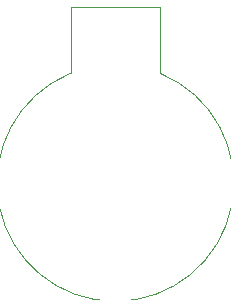
<source format=gbr>
G04 #@! TF.GenerationSoftware,KiCad,Pcbnew,(5.1.5-0-10_14)*
G04 #@! TF.CreationDate,2021-06-01T12:28:28-04:00*
G04 #@! TF.ProjectId,ESLO_RB2,45534c4f-5f52-4423-922e-6b696361645f,rev?*
G04 #@! TF.SameCoordinates,Original*
G04 #@! TF.FileFunction,Profile,NP*
%FSLAX46Y46*%
G04 Gerber Fmt 4.6, Leading zero omitted, Abs format (unit mm)*
G04 Created by KiCad (PCBNEW (5.1.5-0-10_14)) date 2021-06-01 12:28:28*
%MOMM*%
%LPD*%
G04 APERTURE LIST*
%ADD10C,0.050000*%
G04 APERTURE END LIST*
D10*
X219503510Y-79421439D02*
G75*
G02X211900001Y-79420001I-3803510J-9278561D01*
G01*
X219500000Y-73830000D02*
X219500000Y-79420000D01*
X211900000Y-73830000D02*
X219500000Y-73830000D01*
X211900000Y-79420000D02*
X211900000Y-73830000D01*
M02*

</source>
